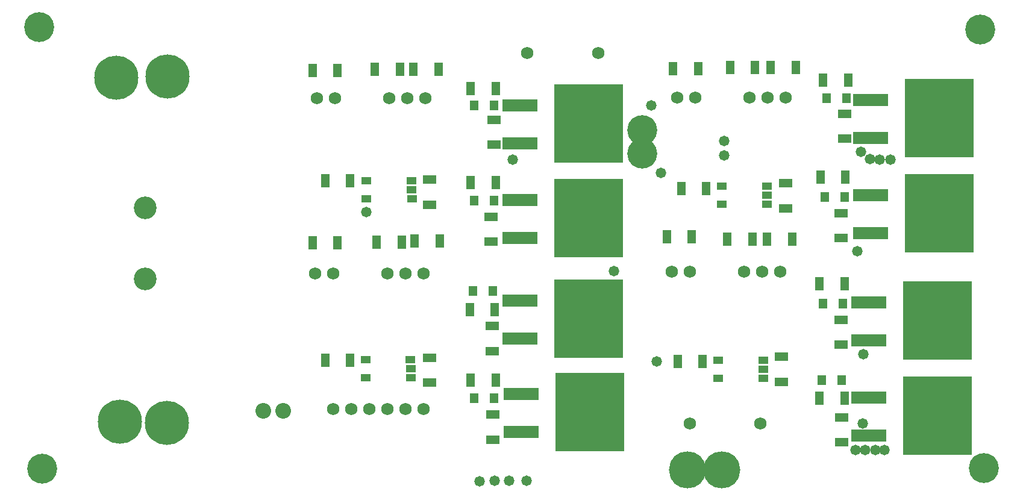
<source format=gts>
G04*
G04 #@! TF.GenerationSoftware,Altium Limited,Altium Designer,21.1.1 (26)*
G04*
G04 Layer_Color=8388736*
%FSLAX25Y25*%
%MOIN*%
G70*
G04*
G04 #@! TF.SameCoordinates,EB652CFF-68FA-4F81-8967-BD5122A89D0C*
G04*
G04*
G04 #@! TF.FilePolarity,Negative*
G04*
G01*
G75*
%ADD20R,0.38202X0.43320*%
%ADD21R,0.19304X0.06706*%
%ADD22R,0.04737X0.07493*%
%ADD23R,0.04737X0.05524*%
%ADD24R,0.05524X0.03950*%
%ADD25R,0.07493X0.04737*%
%ADD26C,0.04737*%
%ADD27C,0.06800*%
%ADD28C,0.12611*%
%ADD29C,0.16548*%
%ADD30C,0.24422*%
%ADD31C,0.05800*%
%ADD32C,0.08674*%
%ADD33C,0.20485*%
D20*
X508000Y40500D02*
D03*
X509000Y152500D02*
D03*
X315500Y42500D02*
D03*
X315000Y94000D02*
D03*
X314987Y149539D02*
D03*
Y202039D02*
D03*
X509000Y205000D02*
D03*
X508000Y93000D02*
D03*
D21*
X470000Y29500D02*
D03*
Y50500D02*
D03*
X471000Y141500D02*
D03*
Y162500D02*
D03*
X277500Y31500D02*
D03*
Y52500D02*
D03*
X277000Y83000D02*
D03*
Y104000D02*
D03*
X276987Y138539D02*
D03*
Y159539D02*
D03*
Y191039D02*
D03*
Y212039D02*
D03*
X471000Y215000D02*
D03*
Y194000D02*
D03*
X470000Y103000D02*
D03*
Y82000D02*
D03*
D22*
X456890Y172500D02*
D03*
X443110D02*
D03*
X182890Y71000D02*
D03*
X169110D02*
D03*
X262890Y99000D02*
D03*
X249110D02*
D03*
X263390Y60000D02*
D03*
X249610D02*
D03*
X197610Y136500D02*
D03*
X211390D02*
D03*
X456390Y50000D02*
D03*
X442610D02*
D03*
X456390Y113500D02*
D03*
X442610D02*
D03*
X196610Y232000D02*
D03*
X210390D02*
D03*
X218610Y137000D02*
D03*
X232390D02*
D03*
X182890Y170500D02*
D03*
X169110D02*
D03*
X263390Y169500D02*
D03*
X249610D02*
D03*
X263390Y221500D02*
D03*
X249610D02*
D03*
X393110Y233000D02*
D03*
X406890D02*
D03*
X379890Y166000D02*
D03*
X366110D02*
D03*
X458390Y226000D02*
D03*
X444610D02*
D03*
X415610Y233000D02*
D03*
X429390D02*
D03*
X413610Y138000D02*
D03*
X427390D02*
D03*
X375390Y232500D02*
D03*
X361610D02*
D03*
X371890Y139500D02*
D03*
X358110D02*
D03*
X391610Y138000D02*
D03*
X405390D02*
D03*
X377890Y70500D02*
D03*
X364110D02*
D03*
X218000Y232000D02*
D03*
X231780D02*
D03*
X175890Y136000D02*
D03*
X162110D02*
D03*
X175890Y231500D02*
D03*
X162110D02*
D03*
D23*
X456500Y161500D02*
D03*
X445476D02*
D03*
X262024Y109500D02*
D03*
X251000D02*
D03*
X262500Y50000D02*
D03*
X251476D02*
D03*
X455024Y60000D02*
D03*
X444000D02*
D03*
X455500Y102500D02*
D03*
X444476D02*
D03*
X262524Y159500D02*
D03*
X251500D02*
D03*
X262500Y212000D02*
D03*
X251476D02*
D03*
X457500Y216000D02*
D03*
X446476D02*
D03*
D24*
X191458Y71500D02*
D03*
Y61500D02*
D03*
X216500D02*
D03*
X216454Y66500D02*
D03*
X216356Y71500D02*
D03*
X192000Y170500D02*
D03*
Y160500D02*
D03*
X217042D02*
D03*
X216997Y165500D02*
D03*
X216898Y170500D02*
D03*
X388500Y167500D02*
D03*
Y157500D02*
D03*
X413542D02*
D03*
X413497Y162500D02*
D03*
X413398Y167500D02*
D03*
X386500Y71000D02*
D03*
Y61000D02*
D03*
X411542D02*
D03*
X411497Y66000D02*
D03*
X411398Y71000D02*
D03*
D25*
X261500Y89890D02*
D03*
Y76110D02*
D03*
X262000Y40890D02*
D03*
Y27110D02*
D03*
X455000Y39390D02*
D03*
Y25610D02*
D03*
X454500Y93390D02*
D03*
Y79610D02*
D03*
X261000Y150500D02*
D03*
Y136721D02*
D03*
X262500Y204000D02*
D03*
Y190220D02*
D03*
X454500Y152390D02*
D03*
Y138610D02*
D03*
X456500Y207390D02*
D03*
Y193610D02*
D03*
X424000Y168890D02*
D03*
Y155110D02*
D03*
X421500Y72890D02*
D03*
Y59110D02*
D03*
X227000Y72390D02*
D03*
Y58610D02*
D03*
Y170890D02*
D03*
Y157110D02*
D03*
D26*
X520013Y27461D02*
D03*
X515013D02*
D03*
X509513D02*
D03*
X504013D02*
D03*
X520013Y35461D02*
D03*
X514513D02*
D03*
X509513D02*
D03*
X504013D02*
D03*
X498513Y27461D02*
D03*
Y35461D02*
D03*
X492513Y27461D02*
D03*
Y35461D02*
D03*
X519513Y41961D02*
D03*
X514513D02*
D03*
X509513D02*
D03*
X504013D02*
D03*
X498513D02*
D03*
X492596Y41959D02*
D03*
X519096Y48959D02*
D03*
X514096D02*
D03*
X509096D02*
D03*
X504096D02*
D03*
X498596D02*
D03*
X492596D02*
D03*
X519000Y56000D02*
D03*
X514000D02*
D03*
X508500D02*
D03*
X503500D02*
D03*
X498000D02*
D03*
X492500D02*
D03*
X521013Y139461D02*
D03*
X516013D02*
D03*
X510513D02*
D03*
X505013D02*
D03*
X521013Y147461D02*
D03*
X515513D02*
D03*
X510513D02*
D03*
X505013D02*
D03*
X499513Y139461D02*
D03*
Y147461D02*
D03*
X493513Y139461D02*
D03*
Y147461D02*
D03*
X520513Y153961D02*
D03*
X515513D02*
D03*
X510513D02*
D03*
X505013D02*
D03*
X499513D02*
D03*
X493596Y153959D02*
D03*
X520096Y160959D02*
D03*
X515096D02*
D03*
X510096D02*
D03*
X505096D02*
D03*
X499596D02*
D03*
X493596D02*
D03*
X520000Y168000D02*
D03*
X515000D02*
D03*
X509500D02*
D03*
X504500D02*
D03*
X499000D02*
D03*
X493500D02*
D03*
X327513Y29461D02*
D03*
X322513D02*
D03*
X317013D02*
D03*
X311513D02*
D03*
X327513Y37461D02*
D03*
X322013D02*
D03*
X317013D02*
D03*
X311513D02*
D03*
X306013Y29461D02*
D03*
Y37461D02*
D03*
X300013Y29461D02*
D03*
Y37461D02*
D03*
X327013Y43961D02*
D03*
X322013D02*
D03*
X317013D02*
D03*
X311513D02*
D03*
X306013D02*
D03*
X300096Y43959D02*
D03*
X326596Y50959D02*
D03*
X321596D02*
D03*
X316596D02*
D03*
X311596D02*
D03*
X306096D02*
D03*
X300096D02*
D03*
X326500Y58000D02*
D03*
X321500D02*
D03*
X316000D02*
D03*
X311000D02*
D03*
X305500D02*
D03*
X300000D02*
D03*
X327013Y80961D02*
D03*
X322013D02*
D03*
X316513D02*
D03*
X311013D02*
D03*
X327013Y88961D02*
D03*
X321513D02*
D03*
X316513D02*
D03*
X311013D02*
D03*
X305513Y80961D02*
D03*
Y88961D02*
D03*
X299513Y80961D02*
D03*
Y88961D02*
D03*
X326513Y95461D02*
D03*
X321513D02*
D03*
X316513D02*
D03*
X311013D02*
D03*
X305513D02*
D03*
X299596Y95459D02*
D03*
X326096Y102459D02*
D03*
X321096D02*
D03*
X316096D02*
D03*
X311096D02*
D03*
X305596D02*
D03*
X299596D02*
D03*
X326000Y109500D02*
D03*
X321000D02*
D03*
X315500D02*
D03*
X310500D02*
D03*
X305000D02*
D03*
X299500D02*
D03*
X327000Y136500D02*
D03*
X322000D02*
D03*
X316500D02*
D03*
X311000D02*
D03*
X327000Y144500D02*
D03*
X321500D02*
D03*
X316500D02*
D03*
X311000D02*
D03*
X305500Y136500D02*
D03*
Y144500D02*
D03*
X299500Y136500D02*
D03*
Y144500D02*
D03*
X326500Y151000D02*
D03*
X321500D02*
D03*
X316500D02*
D03*
X311000D02*
D03*
X305500D02*
D03*
X299582Y150998D02*
D03*
X326082Y157998D02*
D03*
X321082D02*
D03*
X316082D02*
D03*
X311082D02*
D03*
X305582D02*
D03*
X299582D02*
D03*
X325987Y165039D02*
D03*
X320987D02*
D03*
X315487D02*
D03*
X310487D02*
D03*
X304987D02*
D03*
X299487D02*
D03*
X327000Y189000D02*
D03*
X322000D02*
D03*
X316500D02*
D03*
X311000D02*
D03*
X327000Y197000D02*
D03*
X321500D02*
D03*
X316500D02*
D03*
X311000D02*
D03*
X305500Y189000D02*
D03*
Y197000D02*
D03*
X299500Y189000D02*
D03*
Y197000D02*
D03*
X326500Y203500D02*
D03*
X321500D02*
D03*
X316500D02*
D03*
X311000D02*
D03*
X305500D02*
D03*
X299582Y203498D02*
D03*
X326082Y210498D02*
D03*
X321082D02*
D03*
X316082D02*
D03*
X311082D02*
D03*
X305582D02*
D03*
X299582D02*
D03*
X325987Y217539D02*
D03*
X320987D02*
D03*
X315487D02*
D03*
X310487D02*
D03*
X304987D02*
D03*
X299487D02*
D03*
X493500Y220500D02*
D03*
X499000D02*
D03*
X504500D02*
D03*
X509500D02*
D03*
X515000D02*
D03*
X520000D02*
D03*
X493596Y213459D02*
D03*
X499596D02*
D03*
X505096D02*
D03*
X510096D02*
D03*
X515096D02*
D03*
X520096D02*
D03*
X493596Y206459D02*
D03*
X499513Y206461D02*
D03*
X505013D02*
D03*
X510513D02*
D03*
X515513D02*
D03*
X520513D02*
D03*
X493513Y199961D02*
D03*
Y191961D02*
D03*
X499513Y199961D02*
D03*
Y191961D02*
D03*
X505013Y199961D02*
D03*
X510513D02*
D03*
X515513D02*
D03*
X521013D02*
D03*
X505013Y191961D02*
D03*
X510513D02*
D03*
X516013D02*
D03*
X521013D02*
D03*
X492500Y108500D02*
D03*
X498000D02*
D03*
X503500D02*
D03*
X508500D02*
D03*
X514000D02*
D03*
X519000D02*
D03*
X492596Y101459D02*
D03*
X498596D02*
D03*
X504096D02*
D03*
X509096D02*
D03*
X514096D02*
D03*
X519096D02*
D03*
X492596Y94459D02*
D03*
X498513Y94461D02*
D03*
X504013D02*
D03*
X509513D02*
D03*
X514513D02*
D03*
X519513D02*
D03*
X492513Y87961D02*
D03*
Y79961D02*
D03*
X498513Y87961D02*
D03*
Y79961D02*
D03*
X504013Y87961D02*
D03*
X509513D02*
D03*
X514513D02*
D03*
X520013D02*
D03*
X504013Y79961D02*
D03*
X509513D02*
D03*
X515013D02*
D03*
X520013D02*
D03*
D27*
X281000Y241000D02*
D03*
X320173D02*
D03*
X410000Y36000D02*
D03*
X370827D02*
D03*
X364000Y216500D02*
D03*
X374000D02*
D03*
X404000D02*
D03*
X414000D02*
D03*
X424000D02*
D03*
X361000Y120000D02*
D03*
X371000D02*
D03*
X401000D02*
D03*
X411000D02*
D03*
X421000D02*
D03*
X173500Y44000D02*
D03*
X183500D02*
D03*
X193500D02*
D03*
X203500D02*
D03*
X213500D02*
D03*
X223500D02*
D03*
X163500Y119000D02*
D03*
X173500D02*
D03*
X203500D02*
D03*
X213500D02*
D03*
X223500D02*
D03*
X164500Y216000D02*
D03*
X174500D02*
D03*
X204500D02*
D03*
X214500D02*
D03*
X224500D02*
D03*
D28*
X69500Y155370D02*
D03*
Y116000D02*
D03*
D29*
X344500Y185500D02*
D03*
X533457Y11405D02*
D03*
X531457Y253905D02*
D03*
X12457Y10905D02*
D03*
X10957Y255405D02*
D03*
X344500Y198500D02*
D03*
X388500Y10000D02*
D03*
D30*
X82000Y228000D02*
D03*
X53500Y227500D02*
D03*
X81500Y36500D02*
D03*
X55500Y37000D02*
D03*
D31*
X254500Y4000D02*
D03*
X263000Y4500D02*
D03*
X271000D02*
D03*
X280500D02*
D03*
X482000Y182000D02*
D03*
X476000D02*
D03*
X470500Y182500D02*
D03*
X390000Y184500D02*
D03*
Y192500D02*
D03*
X354945Y174802D02*
D03*
X192000Y153000D02*
D03*
X328955Y120500D02*
D03*
X352500Y70500D02*
D03*
X349500Y212000D02*
D03*
X273000Y182000D02*
D03*
X463500Y131500D02*
D03*
X466500Y36000D02*
D03*
X478500Y21500D02*
D03*
X473500D02*
D03*
X468000D02*
D03*
X462500D02*
D03*
X467000Y74500D02*
D03*
X465500Y186500D02*
D03*
D32*
X135000Y43000D02*
D03*
X146000D02*
D03*
D33*
X388500Y10500D02*
D03*
X369500D02*
D03*
M02*

</source>
